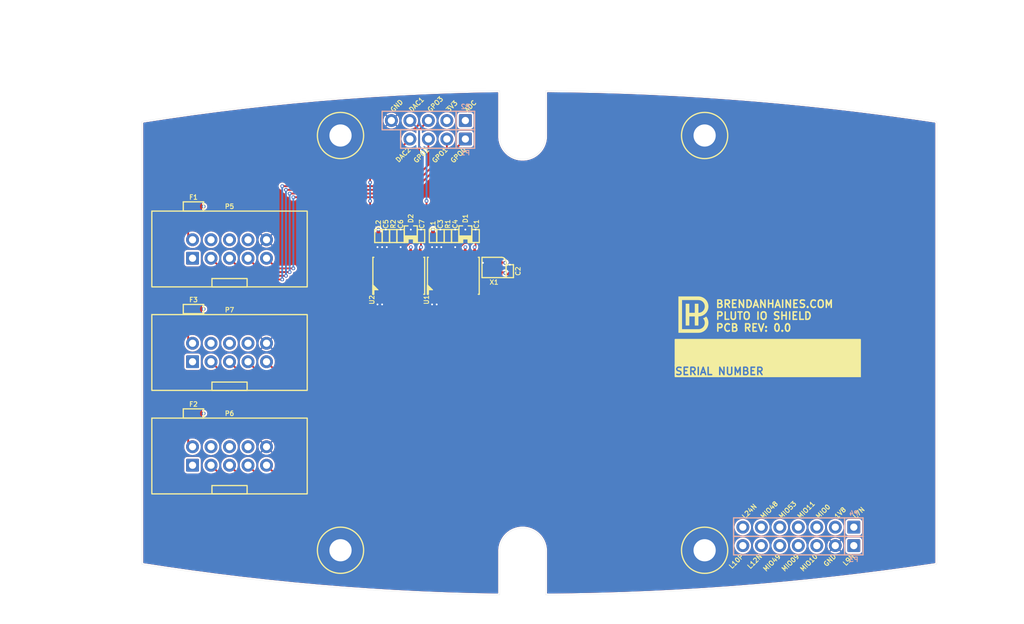
<source format=kicad_pcb>
(kicad_pcb
	(version 20240108)
	(generator "pcbnew")
	(generator_version "8.0")
	(general
		(thickness 1.6)
		(legacy_teardrops no)
	)
	(paper "A")
	(title_block
		(title "${PROJECT_NAME}")
		(rev "${PCB_REVISION}")
		(company "BRENDANHAINES.COM")
	)
	(layers
		(0 "F.Cu" signal)
		(1 "In1.Cu" signal)
		(2 "In2.Cu" signal)
		(31 "B.Cu" signal)
		(32 "B.Adhes" user "B.Adhesive")
		(33 "F.Adhes" user "F.Adhesive")
		(34 "B.Paste" user)
		(35 "F.Paste" user)
		(36 "B.SilkS" user "B.Silkscreen")
		(37 "F.SilkS" user "F.Silkscreen")
		(38 "B.Mask" user)
		(39 "F.Mask" user)
		(40 "Dwgs.User" user "User.Drawings")
		(41 "Cmts.User" user "User.Comments")
		(42 "Eco1.User" user "User.Eco1")
		(43 "Eco2.User" user "User.Eco2")
		(44 "Edge.Cuts" user)
		(45 "Margin" user)
		(46 "B.CrtYd" user "B.Courtyard")
		(47 "F.CrtYd" user "F.Courtyard")
		(48 "B.Fab" user)
		(49 "F.Fab" user)
		(50 "User.1" user)
		(51 "User.2" user)
		(52 "User.3" user)
		(53 "User.4" user)
		(54 "User.5" user)
		(55 "User.6" user)
		(56 "User.7" user)
		(57 "User.8" user)
		(58 "User.9" user)
	)
	(setup
		(stackup
			(layer "F.SilkS"
				(type "Top Silk Screen")
				(color "White")
			)
			(layer "F.Paste"
				(type "Top Solder Paste")
			)
			(layer "F.Mask"
				(type "Top Solder Mask")
				(color "Green")
				(thickness 0.01)
			)
			(layer "F.Cu"
				(type "copper")
				(thickness 0.035)
			)
			(layer "dielectric 1"
				(type "core")
				(thickness 0.48)
				(material "FR4")
				(epsilon_r 4.5)
				(loss_tangent 0.02)
			)
			(layer "In1.Cu"
				(type "copper")
				(thickness 0.035)
			)
			(layer "dielectric 2"
				(type "prepreg")
				(thickness 0.48)
				(material "FR4")
				(epsilon_r 4.5)
				(loss_tangent 0.02)
			)
			(layer "In2.Cu"
				(type "copper")
				(thickness 0.035)
			)
			(layer "dielectric 3"
				(type "core")
				(thickness 0.48)
				(material "FR4")
				(epsilon_r 4.5)
				(loss_tangent 0.02)
			)
			(layer "B.Cu"
				(type "copper")
				(thickness 0.035)
			)
			(layer "B.Mask"
				(type "Bottom Solder Mask")
				(color "Green")
				(thickness 0.01)
			)
			(layer "B.Paste"
				(type "Bottom Solder Paste")
			)
			(layer "B.SilkS"
				(type "Bottom Silk Screen")
				(color "White")
			)
			(copper_finish "ENIG")
			(dielectric_constraints no)
		)
		(pad_to_mask_clearance 0)
		(allow_soldermask_bridges_in_footprints no)
		(grid_origin 80.01 123.19)
		(pcbplotparams
			(layerselection 0x00010fc_ffffffff)
			(plot_on_all_layers_selection 0x0000000_00000000)
			(disableapertmacros no)
			(usegerberextensions no)
			(usegerberattributes yes)
			(usegerberadvancedattributes yes)
			(creategerberjobfile yes)
			(dashed_line_dash_ratio 12.000000)
			(dashed_line_gap_ratio 3.000000)
			(svgprecision 4)
			(plotframeref no)
			(viasonmask no)
			(mode 1)
			(useauxorigin no)
			(hpglpennumber 1)
			(hpglpenspeed 20)
			(hpglpendiameter 15.000000)
			(pdf_front_fp_property_popups yes)
			(pdf_back_fp_property_popups yes)
			(dxfpolygonmode yes)
			(dxfimperialunits yes)
			(dxfusepcbnewfont yes)
			(psnegative no)
			(psa4output no)
			(plotreference yes)
			(plotvalue yes)
			(plotfptext yes)
			(plotinvisibletext no)
			(sketchpadsonfab no)
			(subtractmaskfromsilk no)
			(outputformat 1)
			(mirror no)
			(drillshape 1)
			(scaleselection 1)
			(outputdirectory "")
		)
	)
	(property "PCB_REVISION" "0.0")
	(property "PROJECT_NAME" "PLUTO IO SHIELD")
	(net 0 "")
	(net 1 "GND")
	(net 2 "/GPO1")
	(net 3 "/GPO2")
	(net 4 "/DAC2")
	(net 5 "/GPO0")
	(net 6 "/ADC")
	(net 7 "/DAC1")
	(net 8 "/GPO3")
	(net 9 "VDC_3V3")
	(net 10 "/L12N")
	(net 11 "/L9N")
	(net 12 "/L10P")
	(net 13 "/MIO49")
	(net 14 "/MIO09")
	(net 15 "/MIO10")
	(net 16 "/MIO48")
	(net 17 "/MIO11")
	(net 18 "/L24N")
	(net 19 "/MIO0")
	(net 20 "/L7N")
	(net 21 "VDC_1V8")
	(net 22 "/MIO53")
	(net 23 "Net-(U1-VA)")
	(net 24 "Net-(U1-VREF)")
	(net 25 "Net-(U2-VA)")
	(net 26 "Net-(U2-VREF)")
	(net 27 "/D1_7")
	(net 28 "/D1_6")
	(net 29 "/ADC_CLK")
	(net 30 "/D1_3")
	(net 31 "/D1_5")
	(net 32 "/D1_4")
	(net 33 "/D1_2")
	(net 34 "/D1_0")
	(net 35 "/D1_1")
	(net 36 "/D2_6")
	(net 37 "/D2_1")
	(net 38 "/D2_0")
	(net 39 "/D2_2")
	(net 40 "/D2_4")
	(net 41 "/D2_5")
	(net 42 "/D2_3")
	(net 43 "/D2_7")
	(net 44 "Net-(F2-Pad2)")
	(net 45 "Net-(F3-Pad2)")
	(net 46 "Net-(F1-Pad2)")
	(net 47 "unconnected-(P5-Pad8)")
	(net 48 "unconnected-(P5-Pad4)")
	(net 49 "unconnected-(P5-Pad6)")
	(net 50 "unconnected-(P5-Pad1)")
	(net 51 "unconnected-(P6-Pad6)")
	(net 52 "unconnected-(P6-Pad8)")
	(net 53 "unconnected-(P6-Pad1)")
	(net 54 "unconnected-(P6-Pad4)")
	(net 55 "unconnected-(P7-Pad1)")
	(net 56 "unconnected-(P7-Pad4)")
	(net 57 "unconnected-(P7-Pad8)")
	(net 58 "unconnected-(P7-Pad6)")
	(footprint "common:R0603" (layer "F.Cu") (at 59.817 90.043 180))
	(footprint "common:SOP20_TI_PW0020A" (layer "F.Cu") (at 88.011 85.471 90))
	(footprint "common:PinHeader_2x05_P2.54mm_Vertical_Shrouded" (layer "F.Cu") (at 59.69 97.282))
	(footprint "common:MH120X230_#4" (layer "F.Cu") (at 130.0099 123.19))
	(footprint "common:SOD-323" (layer "F.Cu") (at 89.662 79.756 90))
	(footprint "common:C0402" (layer "F.Cu") (at 95.762 80.01 90))
	(footprint "common:C0402" (layer "F.Cu") (at 98.556 80.01 90))
	(footprint "common:LOGO_BH" (layer "F.Cu") (at 128.905 93.218))
	(footprint "common:PinHeader_2x05_P2.54mm_Vertical_Shrouded" (layer "F.Cu") (at 59.69 111.506))
	(footprint "common:C0402" (layer "F.Cu") (at 93.73 80.01 90))
	(footprint "common:SOD-323" (layer "F.Cu") (at 97.159 79.756 90))
	(footprint "common:C0402" (layer "F.Cu") (at 88.265 80.01 90))
	(footprint "common:R0603" (layer "F.Cu") (at 59.817 104.394 180))
	(footprint "common:C0402" (layer "F.Cu") (at 86.233 80.01 90))
	(footprint "common:OSCILLATOR_250X200" (layer "F.Cu") (at 101.092 84.328 -90))
	(footprint "common:PinHeader_2x05_P2.54mm_Vertical_Shrouded" (layer "F.Cu") (at 59.69 83.058))
	(footprint "common:MH120X230_#4" (layer "F.Cu") (at 130.0099 66.1924))
	(footprint "common:R0402" (layer "F.Cu") (at 87.249 80.01 -90))
	(footprint "common:R0603" (layer "F.Cu") (at 59.817 75.946 180))
	(footprint "common:MH120X230_#4" (layer "F.Cu") (at 80.01 123.19))
	(footprint "common:SOP20_TI_PW0020A" (layer "F.Cu") (at 95.504 85.471 90))
	(footprint "common:C0402" (layer "F.Cu") (at 91.059 80.01 90))
	(footprint "common:R0402" (layer "F.Cu") (at 94.746 80.01 -90))
	(footprint "common:MH120X230_#4" (layer "F.Cu") (at 80.01 66.1924))
	(footprint "common:R0402" (layer "F.Cu") (at 85.217 80.01 -90))
	(footprint "common:C0402" (layer "F.Cu") (at 103.251 84.836 90))
	(footprint "common:R0402" (layer "F.Cu") (at 92.714 80.01 -90))
	(footprint "common:PinHeader_1x07_P2.54mm_Vertical" (layer "B.Cu") (at 150.495 120.015 180))
	(footprint "common:PinHeader_1x07_P2.54mm_Vertical" (layer "B.Cu") (at 150.495 122.555 180))
	(footprint "common:PinHeader_1x04_P2.54mm_Vertical" (layer "B.Cu") (at 97.155 66.675 180))
	(footprint "common:PinHeader_1x05_P2.54mm_Vertical" (layer "B.Cu") (at 97.155 64.135 180))
	(gr_poly
		(pts
			(xy 138.176 99.314) (xy 151.384 99.314) (xy 151.384 94.234) (xy 125.984 94.234) (xy 125.984 97.79)
			(xy 138.176 97.79)
		)
		(stroke
			(width 0.1778)
			(type solid)
		)
		(fill solid)
		(layer "F.SilkS")
		(uuid "54e388d0-9772-4369-ac3e-a28d27a63d02")
	)
	(gr_rect
		(start 125.984 97.79)
		(end 138.176 99.314)
		(stroke
			(width 0.1778)
			(type default)
		)
		(fill none)
		(layer "F.SilkS")
		(uuid "7dc4bab5-1662-4e93-ae85-edfcd135bfe1")
	)
	(gr_line
		(start 52.7304 64.262)
		(end 52.7304 125.1204)
		(stroke
			(width 0.0254)
			(type default)
		)
		(layer "Edge.Cuts")
		(uuid "01eeaaa2-1d96-4fbe-a7c0-eab31686fcf1")
	)
	(gr_line
		(start 101.854 123.2916)
		(end 101.854 129.3368)
		(stroke
			(width 0.0254)
			(type default)
		)
		(layer "Edge.Cuts")
		(uuid "028f1051-2530-4ab2-b4aa-4fe77a954fee")
	)
	(gr_arc
		(start 52.7304 64.262)
		(mid 77.21685 61.27593)
		(end 101.854 60.0456)
		(stroke
			(width 0.0254)
			(type default)
		)
		(layer "Edge.Cuts")
		(uuid "0539845f-d0b8-466b-a84b-778189f6f142")
	)
	(gr_arc
		(start 108.1786 60.0456)
		(mid 135.10175 61.194225)
		(end 161.8742 64.262)
		(stroke
			(width 0.0254)
			(type default)
		)
		(layer "Edge.Cuts")
		(uuid "21fa8685-cbea-48e3-ba4b-3bdab39869cb")
	)
	(gr_line
		(start 161.8742 64.262)
		(end 161.8742 125.1204)
		(stroke
			(width 0.0254)
			(type default)
		)
		(layer "Edge.Cuts")
		(uuid "2351c6a1-8a6b-4eef-bde0-6b8a961f2eae")
	)
	(gr_line
		(start 108.1786 66.294)
		(end 108.1786 60.0456)
		(stroke
			(width 0.0254)
			(type default)
		)
		(layer "Edge.Cuts")
		(uuid "35169102-ec27-4d86-9b9f-b37ae62cb9bc")
	)
	(gr_arc
		(start 101.854 123.2916)
		(mid 105.0163 120.1293)
		(end 108.1786 123.2916)
		(stroke
			(width 0.0254)
			(type default)
		)
		(layer "Edge.Cuts")
		(uuid "3c1f4706-a351-4cdf-9aba-d7bce8b90f26")
	)
	(gr_arc
		(start 101.854 129.3368)
		(mid 77.21685 128.10647)
		(end 52.7304 125.1204)
		(stroke
			(width 0.0254)
			(type default)
		)
		(layer "Edge.Cuts")
		(uuid "6a69de1c-5ddb-4080-85c6-44cb49680848")
	)
	(gr_arc
		(start 161.8742 125.1204)
		(mid 135.10175 128.188175)
		(end 108.1786 129.3368)
		(stroke
			(width 0.0254)
			(type default)
		)
		(layer "Edge.Cuts")
		(uuid "719d83d8-8deb-4654-ad43-144c8890a801")
	)
	(gr_arc
		(start 108.1786 66.294)
		(mid 105.0163 69.4563)
		(end 101.854 66.294)
		(stroke
			(width 0.0254)
			(type default)
		)
		(layer "Edge.Cuts")
		(uuid "b2207f3b-c003-409c-a3da-c269b7eb26e0")
	)
	(gr_line
		(start 108.1786 123.2916)
		(end 108.1786 129.3368)
		(stroke
			(width 0.0254)
			(type default)
		)
		(layer "Edge.Cuts")
		(uuid "d983f51f-a4c1-48ea-98a9-0aaeffa08bc2")
	)
	(gr_line
		(start 101.854 66.294)
		(end 101.854 60.0456)
		(stroke
			(width 0.0254)
			(type default)
		)
		(layer "Edge.Cuts")
		(uuid "ff1f63a4-9257-4195-87a5-270fd42b64fa")
	)
	(gr_text "L7N"
		(at 150.495 118.745 45)
		(layer "F.SilkS")
		(uuid "1cdc6d0f-337c-409a-b1da-968567fe4e07")
		(effects
			(font
				(size 0.635 0.635)
				(thickness 0.127)
				(bold yes)
			)
			(justify left)
		)
	)
	(gr_text "GND"
		(at 147.955 123.825 45)
		(layer "F.SilkS")
		(uuid "1d633a11-fa35-47bf-85d6-2ca7e9618761")
		(effects
			(font
				(size 0.635 0.635)
				(thickness 0.127)
				(bold yes)
			)
			(justify right)
		)
	)
	(gr_text "MIO09"
		(at 142.875 123.825 45)
		(layer "F.SilkS")
		(uuid "1d9b0497-2944-4518-9de8-59fb3f31cd85")
		(effects
			(font
				(size 0.635 0.635)
				(thickness 0.127)
				(bold yes)
			)
			(justify right)
		)
	)
	(gr_text "GND"
		(at 86.995 62.865 45)
		(layer "F.SilkS")
		(uuid "32763687-5bbe-4fa7-a03f-9aab5b9b62f1")
		(effects
			(font
				(size 0.635 0.635)
				(thickness 0.127)
				(bold yes)
			)
			(justify left)
		)
	)
	(gr_text "MIO53"
		(at 140.335 118.745 45)
		(layer "F.SilkS")
		(uuid "40d1187b-e6b7-4189-8ff4-2c8c90803fbd")
		(effects
			(font
				(size 0.635 0.635)
				(thickness 0.127)
				(bold yes)
			)
			(justify left)
		)
	)
	(gr_text "BRENDANHAINES.COM\n${PROJECT_NAME}\nPCB REV: ${PCB_REVISION}"
		(at 131.445 93.218 0)
		(layer "F.SilkS")
		(uuid "437bdfe8-9461-4ec7-870c-371d6a52dc16")
		(effects
			(font
				(size 1.016 1.016)
				(thickness 0.2032)
				(bold yes)
			)
			(justify left bottom)
		)
	)
	(gr_text "GPO0"
		(at 97.155 67.945 45)
		(layer "F.SilkS")
		(uuid "4e282f1b-fe44-4e52-8424-163d35aa00b7")
		(effects
			(font
				(size 0.635 0.635)
				(thickness 0.127)
				(bold yes)
			)
			(justify right)
		)
	)
	(gr_text "1V8"
		(at 147.955 118.745 45)
		(layer "F.SilkS")
		(uuid "50d5c08f-ca70-40f2-a10f-c5bd703c6387")
		(effects
			(font
				(size 0.635 0.635)
				(thickness 0.127)
				(bold yes)
			)
			(justify left)
		)
	)
	(gr_text "L24N"
		(at 135.255 118.745 45)
		(layer "F.SilkS")
		(uuid "6be3ee54-d0db-492a-abbf-1d2a441bdebd")
		(effects
			(font
				(size 0.635 0.635)
				(thickness 0.127)
				(bold yes)
			)
			(justify left)
		)
	)
	(gr_text "SERIAL NUMBER"
		(at 125.857 99.187 0)
		(layer "F.SilkS" knockout)
		(uuid "6c2be5ce-85b7-4de0-9953-9a61d10d3e1f")
		(effects
			(font
				(size 1.016 1.016)
				(thickness 0.2032)
				(bold yes)
			)
			(justify left bottom)
		)
	)
	(gr_text "L9N"
		(at 150.495 123.825 45)
		(layer "F.SilkS")
		(uuid "88c70311-50ca-4c2c-81ac-eface2986662")
		(effects
			(font
				(size 0.635 0.635)
				(thickness 0.127)
				(bold yes)
			)
			(justify right)
		)
	)
	(gr_text "ADC"
		(at 97.155 62.865 45)
		(layer "F.SilkS")
		(uuid "8bb9fc9c-5e6a-4340-90b7-1c8a637bfdd1")
		(effects
			(font
				(size 0.635 0.635)
				(thickness 0.127)
				(bold yes)
			)
			(justify left)
		)
	)
	(gr_text "DAC2"
		(at 89.535 67.945 45)
		(layer "F.SilkS")
		(uuid "8dace095-4eb4-4bfe-b984-7191fb8bc0e4")
		(effects
			(font
				(size 0.635 0.635)
				(thickness 0.127)
				(bold yes)
			)
			(justify right)
		)
	)
	(gr_text "L10P"
		(at 135.255 123.825 45)
		(layer "F.SilkS")
		(uuid "8f655222-c250-4b8a-823d-e28e44254b5b")
		(effects
			(font
				(size 0.635 0.635)
				(thickness 0.127)
				(bold yes)
			)
			(justify right)
		)
	)
	(gr_text "MIO48"
		(at 137.795 118.745 45)
		(layer "F.SilkS")
		(uuid "9e241a46-25b4-4116-9c4e-ebff1490ab27")
		(effects
			(font
				(size 0.635 0.635)
				(thickness 0.127)
				(bold yes)
			)
			(justify left)
		)
	)
	(gr_text "L12N"
		(at 137.795 123.825 45)
		(layer "F.SilkS")
		(uuid "add93b29-be5f-4919-ac3a-0ba6f12c0348")
		(effects
			(font
				(size 0.635 0.635)
				(thickness 0.127)
				(bold yes)
			)
			(justify right)
		)
	)
	(gr_text "GPO3"
		(at 92.075 62.865 45)
		(layer "F.SilkS")
		(uuid "afb3f834-9b19-4667-8d39-9049800dfba3")
		(effects
			(font
				(size 0.635 0.635)
				(thickness 0.127)
				(bold yes)
			)
			(justify left)
		)
	)
	(gr_text "DAC1"
		(at 89.535 62.865 45)
		(layer "F.SilkS")
		(uuid "c622d78a-ca2a-4f82-b223-9632abefab8f")
		(effects
			(font
				(size 0.635 0.635)
				(thickness 0.127)
				(bold yes)
			)
			(justify left)
		)
	)
	(gr_text "MIO0"
		(at 145.415 118.745 45)
		(layer "F.SilkS")
		(uuid "cd7c1240-e884-4550-aa13-ce92a6c80779")
		(effects
			(font
				(size 0.635 0.635)
				(thickness 0.127)
				(bold yes)
			)
			(justify left)
		)
	)
	(gr_text "GPO1"
		(at 94.615 67.945 45)
		(layer "F.SilkS")
		(uuid "d491ca8a-7324-431a-9cd5-9fd076cc52f5")
		(effects
			(font
				(size 0.635 0.635)
				(thickness 0.127)
				(bold yes)
			)
			(justify right)
		)
	)
	(gr_text "MIO11"
		(at 142.875 118.745 45)
		(layer "F.SilkS")
		(uuid "e8325fa2-f8a3-44ca-9978-7bfeabd84427")
		(effects
			(font
				(size 0.635 0.635)
				(thickness 0.127)
				(bold yes)
			)
			(justify left)
		)
	)
	(gr_text "MIO10"
		(at 145.415 123.825 45)
		(layer "F.SilkS")
		(uuid "e833e563-2582-4392-a7d1-7ead7fb5c2d7")
		(effects
			(font
				(size 0.635 0.635)
				(thickness 0.127)
				(bold yes)
			)
			(justify right)
		)
	)
	(gr_text "3V3"
		(at 94.615 62.865 45)
		(layer "F.SilkS")
		(uuid "ec986e4d-d831-4952-bf6d-c8cd3ade1e29")
		(effects
			(font
				(size 0.635 0.635)
				(thickness 0.127)
				(bold yes)
			)
			(justify left)
		)
	)
	(gr_text "MIO49"
		(at 140.335 123.825 45)
		(layer "F.SilkS")
		(uuid "f45fb5e5-6f32-469f-9e03-1e281da8c205")
		(effects
			(font
				(size 0.635 0.635)
				(thickness 0.127)
				(bold yes)
			)
			(justify right)
		)
	)
	(gr_text "GPO2"
		(at 92.075 67.945 45)
		(layer "F.SilkS")
		(uuid "f4ef1a3c-5158-4fc3-a689-311ab536b7c7")
		(effects
			(font
				(size 0.635 0.635)
				(thickness 0.127)
				(bold yes)
			)
			(justify right)
		)
	)
	(dimension
		(type aligned)
		(layer "F.Fab")
		(uuid "01ee0b31-f02b-4470-b2f7-07b9d1207f38")
		(pts
			(xy 52.7304 64.262) (xy 161.8742 64.262)
		)
		(height -14.732)
		(gr_text "4.2970 in"
			(at 107.3023 48.387 0)
			(layer "F.Fab")
			(uuid "01ee0b31-f02b-4470-b2f7-07b9d1207f38")
			(effects
				(font
					(size 1.016 1.016)
					(thickness 0.127)
				)
			)
		)
		(format
			(prefix "")
			(suffix "")
			(units 3)
			(units_format 1)
			(precision 4)
		)
		(style
			(thickness 0.127)
			(arrow_length 1.27)
			(text_position_mode 0)
			(extension_height 0.58642)
			(extension_offset 6.35) keep_text_aligned)
	)
	(dimension
		(type aligned)
		(layer "F.Fab")
		(uuid "0517aec2-45e6-4cc3-9803-feed6af5a135")
		(pts
			(xy 109.347 59.8356) (xy 109.347 129.1268)
		)
		(height 69.977)
		(gr_text "2.7280 in"
			(at 38.227 94.4812 90)
			(layer "F.Fab")
			(uuid "0517aec2-45e6-4cc3-9803-feed6af5a135")
			(effects
				(font
					(size 1.016 1.016)
					(thickness 0.127)
				)
			)
		)
		(format
			(prefix "")
			(suffix "")
			(units 3)
			(units_format 1)
			(precision 4)
		)
		(style
			(thickness 0.127)
			(arrow_length 1.27)
			(text_position_mode 0)
			(extension_height 0.58642)
			(extension_offset 17.78) keep_text_aligned)
	)
	(dimension
		(type aligned)
		(layer "F.Fab")
		(uuid "226b6488-45b6-49fa-998f-108bc8a2286a")
		(pts
			(xy 52.7304 64.262) (xy 52.7304 125.1204)
		)
		(height 9.6774)
		(gr_text "2.3960 in"
			(at 41.91 94.6912 90)
			(layer "F.Fab")
			(uuid "226b6488-45b6-49fa-998f-108bc8a2286a")
			(effects
				(font
					(size 1.016 1.016)
					(thickness 0.127)
				)
			)
		)
		(format
			(prefix "")
			(suffix "")
			(units 3)
			(units_format 1)
			(precision 4)
		)
		(style
			(thickness 0.127)
			(arrow_length 1.27)
			(text_position_mode 0)
			(extension_height 0.58642)
			(extension_offset 2.54) keep_text_aligned)
	)
	(dimension
		(type aligned)
		(layer "F.Fab")
		(uuid "2892fb69-bc65-401b-badd-aa520ee8b469")
		(pts
			(xy 87.503 65.9824) (xy 87.503 122.98)
		)
		(height 40.894)
		(gr_text "2.2440 in"
			(at 45.466 94.4812 90)
			(layer "F.Fab")
			(uuid "2892fb69-bc65-401b-badd-aa520ee8b469")
			(effects
				(font
					(size 1.016 1.016)
					(thickness 0.127)
				)
			)
		)
		(format
			(prefix "")
			(suffix "")
			(units 3)
			(units_format 1)
			(precision 4)
		)
		(style
			(thickness 0.127)
			(arrow_length 1.27)
			(text_position_mode 0)
			(extension_height 0.58642)
			(extension_offset 0.254) keep_text_aligned)
	)
	(dimension
		(type aligned)
		(layer "F.Fab")
		(uuid "8539e48b-c969-41b7-bbcb-ea6a69f1c375")
		(pts
			(xy 105.0163 66.294) (xy 105.0163 123.2916)
		)
		(height -65.0367)
		(gr_text "2.2440 in"
			(at 168.91 94.7928 90)
			(layer "F.Fab")
			(uuid "8539e48b-c969-41b7-bbcb-ea6a69f1c375")
			(effects
				(font
					(size 1.016 1.016)
					(thickness 0.127)
				)
			)
		)
		(format
			(prefix "")
			(suffix "")
			(units 3)
			(units_format 1)
			(precision 4)
		)
		(style
			(thickness 0.127)
			(arrow_length 1.27)
			(text_position_mode 0)
			(extension_height 0.58642)
			(extension_offset 0.254) keep_text_aligned)
	)
	(dimension
		(type aligned)
		(layer "F.Fab")
		(uuid "da0fc324-3843-4697-9d01-01ce7e2f02da")
		(pts
			(xy 80.01 66.1924) (xy 130.0099 66.1924)
		)
		(height -11.7094)
		(gr_text "1.9685 in"
			(at 105.00995 53.34 0)
			(layer "F.Fab")
			(uuid "da0fc324-3843-4697-9d01-01ce7e2f02da")
			(effects
				(font
					(size 1.016 1.016)
					(thickness 0.127)
				)
			)
		)
		(format
			(prefix "")
			(suffix "")
			(units 3)
			(units_format 1)
			(precision 4)
		)
		(style
			(thickness 0.127)
			(arrow_length 1.27)
			(text_position_mode 0)
			(extension_height 0.58642)
			(extension_offset 7.62) keep_text_aligned)
	)
	(segment
		(start 98.556 79.585)
		(end 98.556 79.125)
		(width 0.254)
		(layer "F.Cu")
		(net 1)
		(uuid "0830f0ca-838a-4658-bf5b-b4e87b6cb973")
	)
	(segment
		(start 95.829 81.605)
		(end 95.758 81.534)
		(width 0.127)
		(layer "F.Cu")
		(net 1)
		(uuid "0b1ceb3b-b0df-426e-8d0d-840736731476")
	)
	(segment
		(start 85.736 82.571)
		(end 85.736 81.545)
		(width 0.127)
		(layer "F.Cu")
		(net 1)
		(uuid "1072b699-37ac-4154-b0f5-354c871cbd67")
	)
	(segment
		(start 88.265 79.585)
		(end 88.265 79.121)
		(width 0.254)
		(layer "F.Cu")
		(net 1)
		(uuid "1bb5bab3-9bc6-402a-b8bd-cb3fe063a446")
	)
	(segment
		(start 98.556 79.125)
		(end 98.552 79.121)
		(width 0.254)
		(layer "F.Cu")
		(net 1)
		(uuid "214007b9-33c3-4905-bcf9-cdc4452784b4")
	)
	(segment
		(start 85.086 82.571)
		(end 85.086 81.538)
		(width 0.127)
		(layer "F.Cu")
		(net 1)
		(uuid "28aa7d18-3291-493d-8bdb-91aba1625d52")
	)
	(segment
		(start 86.386 81.56)
		(end 86.36 81.534)
		(width 0.127)
		(layer "F.Cu")
		(net 1)
		(uuid "370dfa10-1d6d-4f38-8fc9-bff6ea48399d")
	)
	(segment
		(start 99.608 83.653)
		(end 99.568 83.693)
		(width 0.254)
		(layer "F.Cu")
		(net 1)
		(uuid "3a3577a3-0eb1-4a2c-8b4e-2b05213f32ed")
	)
	(segment
		(start 85.736 89.397)
		(end 85.725 89.408)
		(width 0.127)
		(layer "F.Cu")
		(net 1)
		(uuid "3b605353-a822-4c5c-979b-86e1c66897b7")
	)
	(segment
		(start 95.829 82.571)
		(end 95.829 81.605)
		(width 0.127)
		(layer "F.Cu")
		(net 1)
		(uuid "42443723-7b83-4412-9075-410646a532d3")
	)
	(segment
		(start 92.579 81.538)
		(end 92.583 81.534)
		(width 0.127)
		(layer "F.Cu")
		(net 1)
		(uuid "464b2b07-2f71-4e84-b97e-1b112a69e6ca")
	)
	(segment
		(start 85.086 88.371)
		(end 85.086 89.404)
		(width 0.127)
		(layer "F.Cu")
		(net 1)
		(uuid "48ac1c6d-207a-4dac-95ad-f316aefe8c95")
	)
	(segment
		(start 92.579 88.371)
		(end 92.579 89.404)
		(width 0.127)
		(layer "F.Cu")
		(net 1)
		(uuid "50b730e2-6f76-4545-8d36-0ab72fb0ffe8")
	)
	(segment
		(start 86.386 82.571)
		(end 86.386 81.56)
		(width 0.127)
		(layer "F.Cu")
		(net 1)
		(uuid "525e0171-e8ce-4c2d-aeb7-e660626310bf")
	)
	(segment
		(start 97.159 79.117)
		(end 97.155 79.121)
		(width 0.254)
		(layer "F.Cu")
		(net 1)
		(uuid "52985b5f-f5b2-4d79-b7aa-ec7f961cee40")
	)
	(segment
		(start 93.879 82.571)
		(end 93.879 81.56)
		(width 0.127)
		(layer "F.Cu")
		(net 1)
		(uuid "5cbabf97-f0a5-41b9-93e9-a174f3dca322")
	)
	(segment
		(start 85.736 81.545)
		(end 85.725 81.534)
		(width 0.127)
		(layer "F.Cu")
		(net 1)
		(uuid "5ee55142-5887-4ad4-a4c9-fd366db4e6a1")
	)
	(segment
		(start 91.059 79.585)
		(end 91.059 79.121)
		(width 0.254)
		(layer "F.Cu")
		(net 1)
		(uuid "63c0f405-584e-4d1b-b0b9-8afe68f89c0a")
	)
	(segment
		(start 88.336 82.571)
		(end 88.336 81.604991)
		(width 0.127)
		(layer "F.Cu")
		(net 1)
		(uuid "688ca362-25e4-4423-ac29-02663def9004")
	)
	(segment
		(start 89.662 78.701)
		(end 89.662 79.121)
		(width 0.254)
		(layer "F.Cu")
		(net 1)
		(uuid "71b42f38-1f64-4027-b7f8-cb66e5dd88a9")
	)
	(segment
		(start 93.73 79.585)
		(end 93.73 79.125)
		(width 0.254)
		(layer "F.Cu")
		(net 1)
		(uuid "868398b8-0d1a-47fc-82f8-34e20b366548")
	)
	(segment
		(start 97.159 78.701)
		(end 97.159 79.117)
		(width 0.254)
		(layer "F.Cu")
		(net 1)
		(uuid "944f1f42-8d1d-45c4-9913-9d64d64956fb")
	)
	(segment
		(start 93.879 81.56)
		(end 93.853 81.534)
		(width 0.127)
		(layer "F.Cu")
		(net 1)
		(uuid "9a3e1982-b867-41f7-b6c7-f4026dd9401f")
	)
	(segment
		(start 86.233 79.585)
		(end 86.233 79.121)
		(width 0.254)
		(layer "F.Cu")
		(net 1)
		(uuid "a24a9ca4-977e-43f8-b4ba-972314389691")
	)
	(segment
		(start 85.736 88.371)
		(end 85.736 89.397)
		(width 0.127)
		(layer "F.Cu")
		(net 1)
		(uuid "adc82979-0383-471a-b57c-8333ed783ba1")
	)
	(segment
		(start 93.73 79.125)
		(end 93.726 79.121)
		(width 0.254)
		(layer "F.Cu")
		(net 1)
		(uuid "b113f5e7-62dd-4a85-8445-81f53f4a0ab5")
	)
	(segment
		(start 93.229 81.545)
		(end 93.218 81.534)
		(width 0.127)
		(layer "F.Cu")
		(net 1)
		(uuid "b9e14420-a812-4599-a92b-be68e5dad5a9")
	)
	(segment
		(start 95.762 79.125)
		(end 95.758 79.121)
		(width 0.254)
		(layer "F.Cu")
		(net 1)
		(uuid "bcc92ec6-6ff1-4b05-ae96-d8712938a395")
	)
	(segment
		(start 100.267 83.653)
		(end 99.608 83.653)
		(width 0.254)
		(layer "F.Cu")
		(net 1)
		(uuid "d97dbed9-f5a7-48ce-bdb1-c566381b1f7a")
	)
	(segment
		(start 92.579 89.404)
		(end 92.583 89.408)
		(width 0.127)
		(layer "F.Cu")
		(net 1)
		(uuid "db6a0eb3-d59c-4328-9c10-5818bed89630")
	)
	(segment
		(start 92.579 82.571)
		(end 92.579 81.538)
		(width 0.127)
		(layer "F.Cu")
		(net 1)
		(uuid "e6dd0b86-14b2-46b9-b01b-7f85f6b75028")
	)
	(segment
		(start 88.336 81.604991)
		(end 88.265009 81.534)
		(width 0.127)
		(layer "F.Cu")
		(net 1)
		(uuid "e9b009a1-d12a-49fb-b8be-b6172717e033")
	)
	(segment
		(start 85.086 81.538)
		(end 85.09 81.534)
		(width 0.127)
		(layer "F.Cu")
		(net 1)
		(uuid "ec880121-227e-4693-9a42-a04a0a538f7b")
	)
	(segment
		(start 85.086 89.404)
		(end 85.09 89.408)
		(width 0.127)
		(layer "F.Cu")
		(net 1)
		(uuid "efa9b13e-2b03-4eba-8d66-5c25b5db9134")
	)
	(segment
		(start 93.229 89.397)
		(end 93.218 89.408)
		(width 0.127)
		(layer "F.Cu")
		(net 1)
		(uuid "f01ff3a1-cbbd-4fac-bfad-5ea1191ce0f7")
	)
	(segment
		(start 93.229 82.571)
		(end 93.229 81.545)
		(width 0.127)
		(layer "F.Cu")
		(net 1)
		(uuid "f112905a-4d42-4712-8d79-5de9ae00412f")
	)
	(segment
		(start 93.229 88.371)
		(end 93.229 89.397)
		(width 0.127)
		(layer "F.Cu")
		(net 1)
		(uuid "f973b6e9-8283-489c-8480-c7b78dfe1490")
	)
	(segment
		(start 95.762 79.585)
		(end 95.762 79.125)
		(width 0.254)
		(layer "F.Cu")
		(net 1)
		(uuid "fbea7439-2d57-43cb-aafa-df11af3b1203")
	)
	(via
		(at 86.36 81.534)
		(size 0.508)
		(drill 0.254)
		(layers "F.Cu" "B.Cu")
		(net 1)
		(uuid "10aff4e0-7e80-4a18-aa96-0d42099a9fcb")
	)
	(via
		(at 93.726 79.121)
		(size 0.508)
		(drill 0.254)
		(layers "F.Cu" "B.Cu")
		(net 1)
		(uuid "11f8e328-c40f-4828-ba8e-51b1344d20b0")
	)
	(via
		(at 92.583 81.534)
		(size 0.508)
		(drill 0.254)
		(layers "F.Cu" "B.Cu")
		(net 1)
		(uuid "1a9bf0e0-07ea-40c1-a322-b9a5220157eb")
	)
	(via
		(at 95.758 81.534)
		(size 0.508)
		(drill 0.254)
		(layers "F.Cu" "B.Cu")
		(net 1)
		(uuid "2992e6b0-9573-41f6-a060-3d21cf09459f")
	)
	(via
		(at 85.725 81.534)
		(size 0.508)
		(drill 0.254)
		(layers "F.Cu" "B.Cu")
		(net 1)
		(uuid "33aed843-9a0c-4209-802b-452a4349337f")
	)
	(via
		(at 97.155 79.121)
		(size 0.508)
		(drill 0.254)
		(layers "F.Cu" "B.Cu")
		(net 1)
		(uuid "38ca8d43-236e-454d-af85-aae2e49aec02")
	)
	(via
		(at 85.09 81.534)
		(size 0.508)
		(drill 0.254)
		(layers "F.Cu" "B.Cu")
		(net 1)
		(uuid "406ebe85-c078-400c-8abc-c1f186465db4")
	)
	(via
		(at 93.853 81.534)
		(size 0.508)
		(drill 0.254)
		(layers "F.Cu" "B.Cu")
		(net 1)
		(uuid "5d812e5f-3a05-407c-a96b-07ce7c4973fc")
	)
	(via
		(at 85.725 89.408)
		(size 0.508)
		(drill 0.254)
		(layers "F.Cu" "B.Cu")
		(net 1)
		(uuid "6bec33e9-93e0-40b8-ad66-ed9eeb91df8f")
	)
	(via
		(at 92.583 89.408)
		(size 0.508)
		(drill 0.254)
		(layers "F.Cu" "B.Cu")
		(net 1)
		(uuid "706d9c16-6611-4a65-8a59-b94543c59489")
	)
	(via
		(at 88.265 79.121)
		(size 0.508)
		(drill 0.254)
		(layers "F.Cu" "B.Cu")
		(net 1)
		(uuid "7c4d33d1-2fd8-4599-b2b3-4112adc7c7b4")
	)
	(via
		(at 89.662 79.121)
		(size 0.508)
		(drill 0.254)
		(layers "F.Cu" "B.Cu")
		(net 1)
		(uuid "840f2970-41d5-49c2-a1f1-87faef9a3712")
	)
	(via
		(at 103.251 83.947)
		(size 0.508)
		(drill 0.254)
		(layers "F.Cu" "B.Cu")
		(net 1)
		(uuid "92534b10-f15f-4238-a526-9b3b1434684d")
	)
	(via
		(at 88.265009 81.534)
		(size 0.508)
		(drill 0.254)
		(layers "F.Cu" "B.Cu")
		(net 1)
		(uuid "a46891d4-a00b-4960-a0ac-362722b0fb02")
	)
	(via
		(at 85.09 89.408)
		(size 0.508)
		(drill 0.254)
		(layers "F.Cu" "B.Cu")
		(net 1)
		(uuid "a74a0162-11c9-4f8b-a0c8-a8b035e33f93")
	)
	(via
		(at 95.758 79.121)
		(size 0.508)
		(drill 0.254)
		(layers "F.Cu" "B.Cu")
		(net 1)
		(uuid "a9f447e5-4eea-401d-918f-6fd9c1d85205")
	)
	(via
		(at 86.233 79.121)
		(size 0.508)
		(drill 0.254)
		(layers "F.Cu" "B.Cu")
		(net 1)
		(uuid "b4b95495-a66b-49a3-a554-3bf08723dfdc")
	)
	(via
		(at 93.218 89.408)
		(size 0.508)
		(drill 0.254)
		(layers "F.Cu" "B.Cu")
		(net 1)
		(uuid "b693b968-dbdd-4c08-8ff7-8e6c7b8c7ba0")
	)
	(via
		(at 99.568 83.693)
		(size 0.508)
		(drill 0.254)
		(layers "F.Cu" "B.Cu")
		(net 1)
		(uuid "c222bd7a-9daa-41d0-8552-68f73e229d8e")
	)
	(via
		(at 98.552 79.121)
		(size 0.508)
		(drill 0.254)
		(layers "F.Cu" "B.Cu")
		(net 1)
		(uuid "cc667938-bb97-4466-822f-636245786098")
	)
	(via
		(at 93.218 81.534)
		(size 0.508)
		(drill 0.254)
		(layers "F.Cu" "B.Cu")
		(net 1)
		(uuid "e26d6191-e07e-417e-a26c-29fc2a16105f")
	)
	(via
		(at 91.059 79.121)
		(size 0.508)
		(drill 0.254)
		(layers "F.Cu" "B.Cu")
		(net 1)
		(uuid "e9b9f02c-c20c-4760-8cb2-3626ab4ce185")
	)
	(segment
		(start 69.215 84.963)
		(end 67.31 83.058)
		(width 0.254)
		(layer "F.Cu")
		(net 2)
		(uuid "385d49ab-818e-4d93-8f45-727929c9a08a")
	)
	(segment
		(start 94.615 66.675)
		(end 94.615 68.453)
		(width 0.254)
		(layer "F.Cu")
		(net 2)
		(uuid "538c601e-7ce3-47ce-a3c8-df9ca2e6cab9")
	)
	(segment
		(start 83.185 74.168)
		(end 73.025 74.168)
		(width 0.254)
		(layer "F.Cu")
		(net 2)
		(uuid "59f12ca9-efd8-4675-8750-b2cdca023923")
	)
	(segment
		(start 94.615 68.453)
		(end 88.9 74.168)
		(width 0.254)
		(layer "F.Cu")
		(net 2)
		(uuid "635baa02-0056-465c-b6f5-6488210f8521")
	)
	(segment
		(start 73.025 84.963)
		(end 69.215 84.963)
		(width 0.254)
		(layer "F.Cu")
		(net 2)
		(uuid "73fdf537-8e07-426d-b613-d62f1d7252b8")
	)
	(segment
		(start 88.9 74.168)
		(end 83.185 74.168)
		(width 0.254)
		(layer "F.Cu")
		(net 2)
		(uuid "b9c0993b-397f-4b47-bb4b-a2e90ff56fa2")
	)
	(via
		(at 73.025 84.963)
		(size 0.508)
		(drill 0.254)
		(layers "F.Cu" "B.Cu")
		(net 2)
		(uuid "56a78404-b229-471a-8085-94a5b42b73d2")
	)
	(via
		(at 73.025 74.168)
		(size 0.508)
		(drill 0.254)
		(layers "F.Cu" "B.Cu")
		(net 2)
		(uuid "65fb56ac-9c38-4e02-8e74-15ac1c013397")
	)
	(segment
		(start 73.025 74.168)
		(end 73.025 84.963)
		(width 0.254)
		(layer "B.Cu")
		(net 2)
		(uuid "08ea5459-14ef-4c56-96df-bbfbc4b4176c")
	)
	(segment
		(start 83.185 73.66)
		(end 72.517 73.66)
		(width 0.254)
		(layer "F.Cu")
		(net 3)
		(uuid "18a7b504-1f79-4deb-adfa-0acba6741840")
	)
	(segment
		(start 92.075 66.675)
		(end 92.075 70.231)
		(width 0.254)
		(layer "F.Cu")
		(net 3)
		(uuid "2a1d0d9b-6c99-40ea-8ab0-5adfee72f2d8")
	)
	(segment
		(start 72.517 85.471)
		(end 67.183 85.471)
		(width 0.254)
		(layer "F.Cu")
		(net 3)
		(uuid "4ad833d0-42f0-4e0b-9ca2-c5d0e2fe7217")
	)
	(segment
		(start 67.183 85.471)
		(end 64.77 83.058)
		(width 0.254)
		(layer "F.Cu")
		(net 3)
		(uuid "bff3d30d-1c6d-4fac-9479-ff47e49858b4")
	)
	(segment
		(start 92.075 70.231)
		(end 88.646 73.66)
		(width 0.254)
		(layer "F.Cu")
		(net 3)
		(uuid "c5f47ad8-315b-4c54-8d65-382819450138")
	)
	(segment
		(start 88.646 73.66)
		(end 83.185 73.66)
		(width 0.254)
		(layer "F.Cu")
		(net 3)
		(uuid "caec03b0-0d76-4dc1-b74a-5bd957b23a24")
	)
	(via
		(at 72.517 73.66)
		(size 0.508)
		(drill 0.254)
		(layers "F.Cu" "B.Cu")
		(net 3)
		(uuid "9509a270-2894-4799-a8cc-4fb4628df4f3")
	)
	(via
		(at 72.517 85.471)
		(size 0.508)
		(drill 0.254)
		(layers "F.Cu" "B.Cu")
		(net 3)
		(uuid "bc472cf4-27e7-4c0e-84ce-60683f436d9b")
	)
	(segment
		(start 72.517 73.66)
		(end 72.517 85.471)
		(width 0.254)
		(layer "B.Cu")
		(net 3)
		(uuid "865a447d-a88b-4f3a-8ab2-0b69cfe49f80")
	)
	(segment
		(start 84.074 72.644)
		(end 84.074 72.136)
		(width 0.254)
		(layer "F.Cu")
		(net 4)
		(uuid "5775f7c4-821d-42a6-94da-e77a8b6e3e06")
	)
	(segment
		(start 84.074 72.136)
		(end 89.535 66.675)
		(width 0.254)
		(layer "F.Cu")
		(net 4)
		(uuid "5b047aa0-d9ef-44b2-9238-740d1734a290")
	)
	(segment
		(start 86.536999 83.82)
		(end 87.036 83.320999)
		(width 0.254)
		(layer "F.Cu")
		(net 4)
		(uuid "5e1dc8bf-6666-46e5-9e4d-6bf57a3be773")
	)
	(segment
		(start 84.836 83.82)
		(end 86.536999 83.82)
		(width 0.254)
		(layer "F.Cu")
		(net 4)
		(uuid "aa47b55f-c2ff-4415-8bf6-b5927a7c367e")
	)
	(segment
		(start 87.036 83.320999)
		(end 87.036 82.571)
		(width 0.254)
		(layer "F.Cu")
		(net 4)
		(uuid "bbb6aef5-2d12-463c-a815-b1ad0fb05cbb")
	)
	(segment
		(start 84.074 75.184)
		(end 84.074 83.058)
		(width 0.254)
		(layer "F.Cu")
		(net 4)
		(uuid "d4b43068-bb13-44f0-a28c-1243654b7880")
	)
	(segment
		(start 84.074 83.058)
		(end 84.836 83.82)
		(width 0.254)
		(layer "F.Cu")
		(net 4)
		(uuid "f9524306-ed64-499f-b07f-a08fec855d14")
	)
	(via
		(at 84.074 75.184)
		(size 0.508)
		(drill 0.254)
		(layers "F.Cu" "B.Cu")
		(net 4)
		(uuid "001f413d-a746-4bed-82f1-3ddba923540c")
	)
	(via
		(at 84.074 72.644)
		(size 0.508)
		(drill 0.254)
		(layers "F.Cu" "B.Cu")
		(net 4)
		(uuid "7c84b90d-e164-41be-b0bc-859c964c65f8")
	)
	(segment
		(start 84.074 72.644)
		(end 84.074 75.184)
		(width 0.254)
		(layer "B.Cu")
		(net 4)
		(uuid "334832ae-ad75-4924-be7c-af715811a756")
	)
	(segment
		(start 71.247 84.455)
		(end 69.85 83.058)
		(width 0.254)
		(layer "F.Cu")
		(net 5)
		(uuid "1603b2a7-9764-4286-b97e-10519de6ec3e")
	)
	(segment
		(start 73.533 84.455)
		(end 71.247 84.455)
		(width 0.254)
		(layer "F.Cu")
		(net 5)
		(uuid "16da0322-9d2c-47a9-9096-dc9d2712300c")
	)
	(segment
		(start 89.154 74.676)
		(end 82.55 74.676)
		(width 0.254)
		(layer "F.Cu")
		(net 5)
		(uuid "70856529-1c0b-46f4-b2e6-3565a9320857")
	)
	(segment
		(start 97.155 66.675)
		(end 89.154 74.676)
		(width 0.254)
		(layer "F.Cu")
		(net 5)
		(uuid "c7eaff75-ed63-4d8c-9aca-296e856ca1d8")
	)
	(segment
		(start 82.55 74.676)
		(end 73.533 74.676)
		(width 0.254)
		(layer "F.Cu")
		(net 5)
		(uuid "f3ae4103-b341-4319-8c6d-686b51f5b76c")
	)
	(via
		(at 73.533 84.455)
		(size 0.508)
		(drill 0.254)
		(layers "F.Cu" "B.Cu")
		(net 5)
		(uuid "0ef3e2c2-11a0-43ff-bdae-e4862b18cca9")
	)
	(via
		(at 73.533 74.676)
		(size 0.508)
		(drill 0.254)
		(layers "F.Cu" "B.Cu")
		(net 5)
		(uuid "14e26230-7f4f-4697-8e9b-69676f433e2f")
	)
	(segment
		(start 73.533 74.676)
		(end 73.533 84.455)
		(width 0.254)
		(layer "B.Cu")
		(net 5)
		(uuid "e10f330c-bf87-45ae-99b4-7305dea4e44c")
	)
	(segment
		(start 91.821 83.084426)
		(end 91.821 78.74)
		(width 0.254)
		(layer "F.Cu")
		(net 7)
		(uuid "131231c0-f485-4af3-99a2-a0050b40e189")
	)
	(segment
		(start 94.529 82.571)
		(end 94.529 83.320999)
		(width 0.254)
		(layer "F.Cu")
		(net 7)
		(uuid "2ce3b494-2793-4b46-93f2-72af6ef150d1")
	)
	(segment
		(start 92.556574 83.82)
		(end 91.821 83.084426)
		(width 0.254)
		(layer "F.Cu")
		(net 7)
		(uuid "401f7ba1-11e6-48cd-9e62-ed741026dfac")
	)
	(segment
		(start 94.529 83.320999)
		(end 94.029999 83.82)
		(width 0.254)
		(layer "F.Cu")
		(net 7)
		(uuid "64933db0-19cd-45e4-8991-0e3fa067116e")
	)
	(segment
		(start 94.029999 83.82)
		(end 92.556574 83.82)
		(width 0.254)
		(layer "F.Cu")
		(net 7)
		(uuid "80e126fb-d758-4edc-8a38-36958e40b887")
	)
	(segment
		(start 91.821 78.74)
		(end 91.821 75.184)
		(width 0.254)
		(layer "F.Cu")
		(net 7)
		(uuid "9ad0fdfe-f813-4103-8e6a-54a81bdb92d0")
	)
	(via
		(at 91.821 75.184)
		(size 0.508)
		(drill 0.254)
		(layers "F.Cu" "B.Cu")
		(net 7)
		(uuid "14360518-5532-420b-b93e-fd3d09ec15a3")
	)
	(segment
		(start 90.805 65.405)
		(end 89.535 64.135)
		(width 0.254)
		(layer "B.Cu")
		(net 7)
		(uuid "1106049c-06bc-4963-961a-ae537bccc8bf")
	)
	(segment
		(start 91.821 68.707)
		(end 90.805 67.691)
		(width 0.254)
		(layer "B.Cu")
		(net 7)
		(uuid "29ea50ae-e7c6-4e51-9255-b87efb5eb2a0")
	)
	(segment
		(start 90.805 67.691)
		(end 90.805 65.405)
		(width 0.254)
		(layer "B.Cu")
		(net 7)
		(uuid "2f582e8e-6469-4ae0-9fb7-21478b141476")
	)
	(segment
		(start 91.821 75.184)
		(end 91.821 68.707)
		(width 0.254)
		(layer "B.Cu")
		(net 7)
		(uuid "88f9b523-ac79-4984-a9c8-a5c3335c8ea2")
	)
	(segment
		(start 72.009 85.979)
		(end 65.151 85.979)
		(width 0.254)
		(layer "F.Cu")
		(net 8)
		(uuid "09fc8683-36e6-4add-bc5e-11a557325b51")
	)
	(segment
		(start 90.805 65.405)
		(end 90.805 70.739)
		(width 0.254)
		(layer "F.Cu")
		(net 8)
		(uuid "13c019f4-1a0c-42b3-b3d9-fb21ee795997")
	)
	(segment
		(start 92.075 64.135)
		(end 90.805 65.405)
		(width 0.254)
		(layer "F.Cu")
		(net 8)
		(uuid "30b94c82-5e26-4c6f-98ea-dd0ee3079fa0")
	)
	(segment
		(start 88.392 73.152)
		(end 72.009 73.152)
		(width 0.254)
		(layer "F.Cu")
		(net 8)
		(uuid "4377e036-1d89-46d0-a706-e6637df07f3a")
	)
	(segment
		(start 90.805 70.739)
		(end 88.392 73.152)
		(width 0.254)
		(layer "F.Cu")
		(net 8)
		(uuid "9370977b-d2e6-4820-858a-1d038ee94415")
	)
	(segment
		(start 65.151 85.979)
		(end 62.23 83.058)
		(width 0.254)
		(layer "F.Cu")
		(net 8)
		(uuid "a14c09b7-b700-4157-8d61-837231ead9ae")
	)
	(via
		(at 72.009 85.979)
		(size 0.508)
		(drill 0.254)
		(layers "F.Cu" "B.Cu")
		(net 8)
		(uuid "dbdf7b99-3192-425c-a2e2-785022ed4e04")
	)
	(via
		(at 72.009 73.152)
		(size 0.508)
		(drill 0.254)
		(layers "F.Cu" "B.Cu")
		(net 8)
		(uuid "e9a4b19d-01f6-497a-8637-8525ac355319")
	)
	(segment
		(start 72.009 73.152)
		(end 72.009 85.979)
		(width 0.254)
		(layer "B.Cu")
		(net 8)
		(uuid "abf404b3-cbde-424b-8356-f4b076bec486")
	)
	(segment
		(start 98.556 81.403)
		(end 98.425 81.534)
		(width 0.254)
		(layer "F.Cu")
		(net 9)
		(uuid "01c29394-eef8-47c8-bb9b-7aac9e31e210")
	)
	(segment
		(start 97.129 82.571)
		(end 97.129 81.56)
		(width 0.254)
		(layer "F.Cu")
		(net 9)
		(uuid "1d4e717b-054b-4ee6-8d82-c42ffd07ba51")
	)
	(segment
		(start 101.917 85.003)
		(end 102.529 85.003)
		(width 0.254)
		(layer "F.Cu")
		(net 9)
		(uuid "1f69f0b0-511e-4adb-b613-f156346e2982")
	)
	(segment
		(start 98.429 82.571)
		(end 98.429 81.538)
		(width 0.254)
		(layer "F.Cu")
		(net 9)
		(uuid "4d72bc38-58e1-413d-9d56-fcbce195d02c")
	)
	(segment
		(start 89.636 82.571)
		(end 89.636 81.56)
		(width 0.254)
		(layer "F.Cu")
		(net 9)
		(uuid "4ed6bac3-760b-42ff-a8e3-9cc57d164bab")
	)
	(segment
		(start 97.129 81.56)
		(end 97.155 81.534)
		(width 0.254)
		(layer "F.Cu")
		(net 9)
		(uuid "53c9c31a-4216-4497-94ec-a0d6673e3e28")
	)
	(segment
		(start 92.714 79.125)
		(end 92.71 79.121)
		(width 0.254)
		(layer "F.Cu")
		(net 9)
		(uuid "566207ef-dfb6-4734-bea4-0ee1be0d43e3")
	)
	(segment
		(start 92.714 79.585)
		(end 92.714 79.125)
		(width 0.254)
		(layer "F.Cu")
		(net 9)
		(uuid "5b11c39f-cc7f-4e26-a9ad-8bf9b5deb8b2")
	)
	(segment
		(start 98.429 81.538)
		(end 98.425 81.534)
		(width 0.254)
		(layer "F.Cu")
		(net 9)
		(uuid "7cb95385-089c-461b-802e-6e0987f77284")
	)
	(segment
		(start 103.251 85.261)
		(end 102.787 85.261)
		(width 0.254)
		(layer "F.Cu")
		(net 9)
		(uuid "874b8b38-beca-45cd-a3f9-9635272720cc")
	)
	(segment
		(start 90.936 81.657)
		(end 91.059 81.534)
		(width 0.254)
		(layer "F.Cu")
		(net 9)
		(uuid "8a928950-3692-4d39-8835-66bc00f94e06")
	)
	(segment
		(start 102.576 83.653)
		(end 102.616 83.693)
		(width 0.254)
		(layer "F.Cu")
		(net 9)
		(uuid "8f3d0416-4330-46c1-a89b-607c9bae4e70")
	)
	(segment
		(start 101.917 83.653)
		(end 102.576 83.653)
		(width 0.254)
		(layer "F.Cu")
		(net 9)
		(uuid "97224c53-ed4f-4a93-8a1a-057b8f57847b")
	)
	(segment
		(start 89.636 81.56)
		(end 89.662 81.534)
		(width 0.254)
		(layer "F.Cu")
		(net 9)
		(uuid "9b12da68-9fbf-478e-a592-24f5a523a2a2")
	)
	(segment
		(start 60.542 90.043)
		(end 61.214 90.043)
		(width 0.254)
		(layer "F.Cu")
		(net 9)
		(uuid "9b47aacf-eb10-4b75-b467-c57c0a59295b")
	)
	(segment
		(start 85.217 79.585)
		(end 85.217 79.121)
		(width 0.254)
		(layer "F.Cu")
		(net 9)
		(uuid "b489495b-8a36-4b23-bcea-c8315a648a44")
	)
	(segment
		(start 60.542 75.946)
		(end 61.214 75.946)
		(width 0.254)
		(layer "F.Cu")
		(net 9)
		(uuid "b53825e4-fe2d-47d4-a8f8-aa19680d26f3")
	)
	(segment
		(start 60.542 104.394)
		(end 61.214 104.394)
		(width 0.254)
		(layer "F.Cu")
		(net 9)
		(uuid "d13c2dd7-f21a-48d9-ac27-2bf61e4ac9f8")
	)
	(segment
		(start 90.936 82.571)
		(end 90.936 81.657)
		(width 0.254)
		(layer "F.Cu")
		(net 9)
		(uuid "d5ccf815-97f3-4f60-9d3d-b62519fc647f")
	)
	(segment
		(start 98.556 80.435)
		(end 98.556 81.403)
		(width 0.254)
		(layer "F.Cu")
		(net 9)
		(uuid "ebf56477-a250-4aad-8c1d-78801bf38bf3")
	)
	(segment
		(start 102.787 85.261)
		(end 102.616 85.09)
		(width 0.254)
		(layer "F.Cu")
		(net 9)
		(uuid "fa7021f6-5c6c-414a-a579-ac6177a8b73d")
	)
	(segment
		(start 91.059 80.689)
		(end 91.059 81.534)
		(width 0.254)
		(layer "F.Cu")
		(net 9)
		(uuid "fdfcdff9-9b1d-4a27-bbbf-33e47ac50903")
	)
	(segment
		(start 102.529 85.003)
		(end 102.616 85.09)
		(width 0.254)
		(layer "F.Cu")
		(net 9)
		(uuid "fecaf8e5-292d-4209-b02f-80c1144fd08f")
	)
	(via
		(at 61.214 90.043)
		(size 0.508)
		(drill 0.254)
		(layers "F.Cu" "B.Cu")
		(net 9)
		(uuid "6a3d32ab-14b2-4d1f-963c-d998c64f5109")
	)
	(via
		(at 91.059 81.534)
		(size 0.508)
		(drill 0.254)
		(layers "F.Cu" "B.Cu")
		(net 9)
		(uuid "6e0fd7c9-cd55-4803-b9e1-c076bf07c3d5")
	)
	(via
		(at 61.214 75.946)
		(size 0.508)
		(drill 0.254)
		(layers "F.Cu" "B.Cu")
		(net 9)
		(uuid "83508dc1-979a-4a85-b8e2-0800bc05ba01")
	)
	(via
		(at 85.217 79.121)
		(size 0.508)
		(drill 0.254)
		(layers "F.Cu" "B.Cu")
		(net 9)
		(uuid "8ba9fb40-072b-4f18-9f23-202c1c151fc5")
	)
	(via
		(at 102.616 83.693)
		(size 0.508)
		(drill 0.254)
		(layers "F.Cu" "B.Cu")
		(net 9)
		(uuid "8ccf7b1a-1393-4126-8998-e799758f1419")
	)
	(via
		(at 98.425 81.534)
		(size 0.508)
		(drill 0.254)
		(layers "F.Cu" "B.Cu")
		(net 9)
		(uuid "9c4463d4-ec83-4306-ac1f-0eb3a6bfb924")
	)
	(via
		(at 92.71 79.121)
		(size 0.508)
		(drill 0.254)
		(layers "F.Cu" "B.Cu")
		(net 9)
		(uuid "aa6dcbdc-4c0e-4a41-8bcc-b5724e0168d3")
	)
	(via
		(at 89.662 81.534)
		(size 0.508)
		(drill 0.254)
		(layers "F.Cu" "B.Cu")
		(net 9)
		(uuid "adc009a5-524c-4153-b6ca-970caea4cc39")
	)
	(via
		(at 102.616 85.09)
		(size 0.508)
		(drill 0.254)
		(layers "F.Cu" "B.Cu")
		(net 9)
		(uuid "cb641feb-b03c-4074-b2fe-446af90fb82f")
	)
	(via
		(at 97.155 81.534)
		(size 0.508)
		(drill 0.254)
		(layers "F.Cu" "B.Cu")
		(net 9)
		(uuid "f37bf8ad-93ca-44e5-ba05-0cb7b22b2dd4")
	)
	(via
		(at 61.214 104.394)
		(size 0.508)
		(drill 0.254)
		(layers "F.Cu" "B.Cu")
		(net 9)
		(uuid "fcace244-5d5b-411f-b960-7a70ac300508")
	)
	(segment
		(start 94.705 80.989)
		(end 94.284 80.989)
		(width 0.254)
		(layer "F.Cu")
		(net 23)
		(uuid "04191a21-62a6-47d6-bb3e-992a9578fdba")
	)
	(segment
		(start 94.692484 79.585)
		(end 93.842484 80.435)
		(width 0.254)
		(layer "F.Cu")
		(net 23)
		(uuid "0fb58d49-8c2c-431f-a7f5-e7df478974b8")
	)
	(segment
		(start 94.746 79.585)
		(end 94.692484 79.585)
		(width 0.254)
		(layer "F.Cu")
		(net 23)
		(uuid "2facaf2f-9bb8-41aa-af2e-469e8478ee79")
	)
	(segment
		(start 95.179 81.463)
		(end 94.705 80.989)
		(width 0.254)
		(layer "F.Cu")
		(net 23)
		(uuid "66e36d9b-d7e3-4005-b93e-d5658f66e659")
	)
	(segment
		(start 92.714 80.435)
		(end 93.73 80.435)
		(width 0.254)
		(layer "F.Cu")
		(net 23)
		(uuid "7389be33-3101-4102-bdf4-7417fc8f9c35")
	)
	(segment
		(start 95.179 82.571)
		(end 95.179 81.463)
		(width 0.254)
		(layer "F.Cu")
		(net 23)
		(uuid "73d89fde-1118-432a-b5e3-119ac618f0e4")
	)
	(segment
		(start 93.842484 80.435)
		(end 93.73 80.435)
		(width 0.254)
		(layer "F.Cu")
		(net 23)
		(uuid "b2102a77-bd16-4b2c-aa32-3b0097da51e2")
	)
	(segment
		(start 94.284 80.989)
		(end 93.73 80.435)
		(width 0.254)
		(layer "F.Cu")
		(net 23)
		(uuid "f17ba861-cb71-4f56-8c77-16d1e6b5f311")
	)
	(segment
		(start 96.783 80.435)
		(end 97.159 80.811)
		(width 0.254)
		(layer "F.Cu")
		(net 24)
		(uuid "317f73d3-e71b-432e-9572-023d5664845c")
	)
	(segment
		(start 96.479 81.491)
		(end 97.159 80.811)
		(width 0.254)
		(layer "F.Cu")
		(net 24)
		(uuid "8da1f2cf-37fd-4820-9f02-0cee52ab6c9e")
	)
	(segment
		(start 94.746 80.435)
		(end 96.783 80.435)
		(width 0.254)
		(layer "F.Cu")
		(net 24)
		(uuid "c1a95aea-286f-4f9b-a229-7c3a62c7f972")
	)
	(segment
		(start 96.479 82.571)
		(end 96.479 81.491)
		(width 0.254)
		(layer "F.Cu")
		(net 24)
		(uuid "d1ca97a1-774a-46bf-8702-90a94c4eb471")
	)
	(segment
		(start 85.217 80.435)
		(end 86.233 80.435)
		(width 0.254)
		(layer "F.Cu")
		(net 25)
		(uuid "13b026b0-85b3-48dd-a371-5c6645753b10")
	)
	(segment
		(start 87.686 81.336)
		(end 87.339 80.989)
		(width 0.254)
		(layer "F.Cu")
		(net 25)
		(uuid "1e29e755-be3a-44c3-a7dd-a338afe4cf16")
	)
	(segment
		(start 86.787 80.989)
		(end 86.233 80.435)
		(width 0.254)
		(layer "F.Cu")
		(net 25)
		(uuid "4c9f0b67-7a25-4ba9-a902-9ebd11555ad3")
	)
	(segment
		(start 86.345484 80.435)
		(end 86.233 80.435)
		(width 0.254)
		(layer "F.Cu")
		(net 25)
		(uuid "85fbc001-de5e-403c-8df0-3a9ac920cfcc")
	)
	(segment
		(start 87.686 82.571)
		(end 87.686 81.336)
		(width 0.254)
		(layer "F.Cu")
		(net 25)
		(uuid "8e075997-41fe-485f-9ea4-d3007219aa3b")
	)
	(segment
		(start 87.249 79.585)
		(end 87.195484 79.585)
		(width 0.254)
		(layer "F.Cu")
		(net 25)
		(uuid "9b78512a-d3a9-499c-9715-5e562fa1189f")
	)
	(segment
		(start 87.195484 79.585)
		(end 86.345484 80.435)
		(width 0.254)
		(layer "F.Cu")
		(net 25)
		(uuid "a071ad40-154c-490b-91f0-285f8400db26")
	)
	(segment
		(start 87.339 80.989)
		(end 86.787 80.989)
		(width 0.254)
		(layer "F.Cu")
		(net 25)
		(uuid "cf4b34ff-6bc6-4aea-9f02-1d9d6c3dcb9c")
	)
	(segment
		(start 88.986 81.487)
		(end 89.662 80.811)
		(width 0.254)
		(layer "F.Cu")
		(net 26)
		(uuid "12bc2828-96c2-4060-96c1-c19769b8929b")
	)
	(segment
		(start 89.286 80.435)
		(end 89.662 80.811)
		(width 0.254)
		(layer "F.Cu")
		(net 26)
		(uuid "5fd132d4-6e37-4caa-b317-e098a7522d64")
	)
	(segment
		(start 88.986 82.571)
		(end 88.986 81.487)
		(width 0.254)
		(layer "F.Cu")
		(net 26)
		(uuid "b2647aff-20cc-4acc-8185-8ab2e61d2554")
	)
	(segment
		(start 87.249 80.435)
		(end 89.286 80.435)
		(width 0.254)
		(layer "F.Cu")
		(net 26)
		(uuid "dadc0d57-26fa-4b47-9358-d3494be8ee8b")
	)
	(segment
		(start 78.109 113.919)
		(end 64.643 113.919)
		(width 0.254)
		(layer "F.Cu")
		(net 27)
		(uuid "072a3c1f-a691-44bb-8f88-d5477ad8dc83")
	)
	(segment
		(start 98.429 93.595)
		(end 98.429 88.371)
		(width 0.254)
		(layer "F.Cu")
		(net 27)
		(uuid "88c6ef89-3c9f-426f-b186-56f14c8bdad6")
	)
	(segment
		(start 64.643 113.919)
		(end 62.23 111.506)
		(width 0.254)
		(layer "F.Cu")
		(net 27)
		(uuid "bc06752c-b3e2-4cfe-9c80-a8253d97a6d2")
	)
	(segment
		(start 98.429 93.599)
		(end 78.109 113.919)
		(width 0.254)
		(layer "F.Cu")
		(net 27)
		(uuid "efe3c004-1d4a-41dd-84d7-64a45b3f000e")
	)
	(segment
		(start 97.779 93.487)
		(end 77.855 113.411)
		(width 0.254)
		(layer "F.Cu")
		(net 28)
		(uuid "1f0a0bd2-219b-4c1d-a0d9-7c22d67ef132")
	)
	(segment
		(start 66.675 113.411)
		(end 64.77 111.506)
		(width 0.254)
		(layer "F.Cu")
		(net 28)
		(uuid "28794703-f613-4de5-a66a-8dcfb2cc52a9")
	)
	(segment
		(start 77.855 113.411)
		(end 66.675 113.411)
		(width 0.254)
		(layer "F.Cu")
		(net 28)
		(uuid "41425f02-aa57-4476-8541-814aa36004e0")
	)
	(segment
		(start 97.779 88.371)
		(end 97.779 93.483)
		(width 0.254)
		(layer "F.Cu")
		(net 28)
		(uuid "9724d39e-5d4e-4668-b3b2-7fda1c491d76")
	)
	(segment
		(start 100.267 85.003)
		(end 97.79 85.003)
		(width 0.254)
		(layer "F.Cu")
		(net 29)
		(uuid "0f0f8dc0-e638-47fb-bd36-82e5a5fee8ca")
	)
	(segment
		(start 90.286 84.063)
		(end 90.286 82.571)
		(width 0.254)
		(layer "F.Cu")
		(net 29)
		(uuid "3dad5b7d-0bf2-41c1-9f55-f9cfc4d6717e")
	)
	(segment
		(start 91.226 85.003)
		(end 90.286 84.063)
		(width 0.254)
		(layer "F.Cu")
		(net 29)
		(uuid "80d9793b-e666-416e-a9dd-5c9fe7c9775b")
	)
	(segment
		(start 97.779 82.571)
		(end 97.779 84.992)
		(width 0.254)
		(layer "F.Cu")
		(net 29)
		(uuid "dd356443-8bb1-40e8-b44f-068417c91595")
	)
	(segment
		(start 97.79 85.003)
		(end 91.226 85.003)
		(width 0.254)
		(layer "F.Cu")
		(net 29)
		(uuid "f0f0e3fe-85f0-4f74-8738-4c10f47a6d97")
	)
	(segment
		(start 97.779 84.992)
		(end 97.79 85.003)
		(width 0.254)
		(layer "F.Cu")
		(net 29)
		(uuid "f9448868-e344-48dd-9f53-487165ea56b3")
	)
	(segment
		(start 77.601 112.903)
		(end 68.707 112.903)
		(width 0.254)
		(layer "F.Cu")
		(net 31)
		(uuid "7cd4db2d-3ba9-4fd5-a16e-2d2ec149bbba")
	)
	(segment
		(start 68.707 112.903)
		(end 67.31 111.506)
		(width 0.254)
		(layer "F.Cu")
		(net 31)
		(uuid "863f7a22-7577-4c0d-8f24-9dc3fca8ee77")
	)
	(segment
		(start 97.129 93.371)
		(end 97.129 88.371)
		(width 0.254)
		(layer "F.Cu")
		(net 31)
		(uuid "b0fb09e0-2076-41a5-ae3b-8a6b91c364ca")
	)
	(segment
		(start 97.129 93.375)
		(end 77.601 112.903)
		(width 0.254)
		(layer "F.Cu")
		(net 31)
		(uuid "f1f65d4e-03b4-451e-927a-1d07ee1a069d")
	)
	(segment
		(start 70.739 112.395)
		(end 77.347 112.395)
		(width 0.254)
		(layer "F.Cu")
		(net 32)
		(uuid "3fbf46f7-59d5-4689-aee5-50fbe43b8eae")
	)
	(segment
		(start 77.347 112.395)
		(end 96.479 93.263)
		(width 0.254)
		(layer "F.Cu")
		(net 32)
		(uuid "49c0bff0-a796-48cc-8eb0-2242c6e6cf2e")
	)
	(segment
		(start 96.479 88.371)
		(end 96.479 93.259)
		(width 0.254)
		(layer "F.Cu")
		(net 32)
		(uuid "665c81b9-d9a7-48c3-9d2e-1cb9a1a8595c")
	)
	(segment
		(start 69.85 111.506)
		(end 70.739 112.395)
		(width 0.254)
		(layer "F.Cu")
		(net 32)
		(uuid "87c45acd-b7d9-4bd3-b675-34ccde36fe07")
	)
	(segment
		(start 66.675 99.187)
		(end 64.77 97.282)
		(width 0.254)
		(layer "F.Cu")
		(net 36)
		(uuid "1c73b523-61ec-4d00-91fe-16de8b4580ca")
	)
	(segment
		(start 90.286 90.054)
		(end 90.286 88.371)
		(width 0.254)
		(layer "F.Cu")
		(net 36)
		(uuid "6a38224f-18b9-4946-9768-dded7e05db23")
	)
	(segment
		(start 81.157 99.187)
		(end 66.675 99.187)
		(width 0.254)
		(layer "F.Cu")
		(net 36)
		(uuid "d3a8bffc-b693-4f65-95d3-81528c4d94b3")
	)
	(segment
		(start 90.286 90.058)
		(end 81.157 99.187)
		(width 0.254)
		(layer "F.Cu")
		(net 36)
		(uuid "f4575a5f-3dc2-48b8-92f7-b2b374a870bc")
	)
	(segment
		(start 88.986 89.834)
		(end 80.649 98.171)
		(width 0.254)
		(layer "F.Cu")
		(net 40)
		(uuid "35624c94-91e5-4fcb-a24c-f51ca1dcb63c")
	)
	(segment
		(start 80.649 98.171)
		(end 70.739 98.171)
		(width 0.254)
		(layer "F.Cu")
		(net 40)
		(uuid "3f7e762b-8cee-4b8b-be82-26d6ffe2dc25")
	)
	(segment
		(start 88.986 89.83)
		(end 88.986 88.371)
		(width 0.254)
		(layer "F.Cu")
		(net 40)
		(uuid "61933166-e59b-4b04-ba72-bfd6fc74cd47")
	)
	(segment
		(start 70.739 98.171)
		(end 69.85 97.282)
		(width 0.254)
		(layer "F.Cu")
		(net 40)
		(uuid "6a3bef37-90dd-4e70-9cd9-26b9e36ecf3b")
	)
	(segment
		(start 68.707 98.679)
		(end 67.31 97.282)
		(width 0.254)
		(layer "F.Cu")
		(net 41)
		(uuid "3d6db746-1a09-4ee4-8a61-2563fa73842e")
	)
	(segment
		(start 89.636 89.946)
		(end 80.903 98.679)
		(width 0.254)
		(layer "F.Cu")
		(net 41)
		(uuid "8520b683-9b64-437e-a0cd-ce1a88e5eba4")
	)
	(segment
		(start 80.903 98.679)
		(end 68.707 98.679)
		(width 0.254)
		(layer "F.Cu")
		(net 41)
		(uuid "cf00b277-2626-4c3d-a48b-0fb79a87b3e7")
	)
	(segment
		(start 89.636 88.371)
		(end 89.636 89.942)
		(width 0.254)
		(layer "F.Cu")
		(net 41)
		(uuid "d4c3a7c3-2210-4333-8aed-e63c8839ddcc")
	)
	(segment
		(start 81.411 99.695)
		(end 64.643 99.695)
		(width 0.254)
		(layer "F.Cu")
		(net 43)
		(uuid "1dd7d20a-41b4-4e1c-abf0-262b28a215dd")
	)
	(segment
		(start 90.936 90.17)
		(end 81.411 99.695)
		(width 0.254)
		(layer "F.Cu")
		(net 43)
		(uuid "5b7af33e-a3ca-4e30-b861-dd9542b9c053")
	)
	(segment
		(start 90.936 88.371)
		(end 90.936 90.166)
		(width 0.254)
		(layer "F.Cu")
		(net 43)
		(uuid "969bf18e-400c-4bbe-afca-28904b919734")
	)
	(segment
		(start 64.643 99.695)
		(end 62.23 97.282)
		(width 0.254)
		(layer "F.Cu")
		(net 43)
		(uuid "9cd71582-a373-4cd9-b7e7-477fac45a891")
	)
	(segment
		(start 59.092 108.368)
		(end 59.69 108.966)
		(width 0.254)
		(layer "F.Cu")
		(net 44)
		(uuid "41ea0728-fca0-4a51-8437-515e24989a0e")
	)
	(segment
		(start 59.092 104.902)
		(end 59.092 108.368)
		(width 0.254)
		(layer "F.Cu")
		(net 44)
		(uuid "fa4f2d4e-9d38-4733-8488-b5b792c7a500")
	)
	(segment
		(start 59.092 90.551)
		(end 59.092 94.144)
		(width 0.254)
		(layer "F.Cu")
		(net 45)
		(uuid "144443e2-af8c-49be-9f5a-2ade25b82649")
	)
	(segment
		(start 59.092 94.144)
		(end 59.69 94.742)
		(width 0.254)
		(layer "F.Cu")
		(net 45)
		(uuid "a04516ea-c371-4ea7-ae82-06dfcd237c49")
	)
	(segment
		(start 59.092 76.454)
		(end 59.092 79.92)
		(width 0.254)
		(layer "F.Cu")
		(net 46)
		(uuid "9114fccd-e8ea-4ea6-bb17-18d46ec41540")
	)
	(segment
		(start 59.092 79.92)
		(end 59.69 80.518)
		(width 0.254)
		(layer "F.Cu")
		(net 46)
		(uuid "9322146d-cc32-49b6-bde0-403f474bd25d")
	)
... [482610 chars truncated]
</source>
